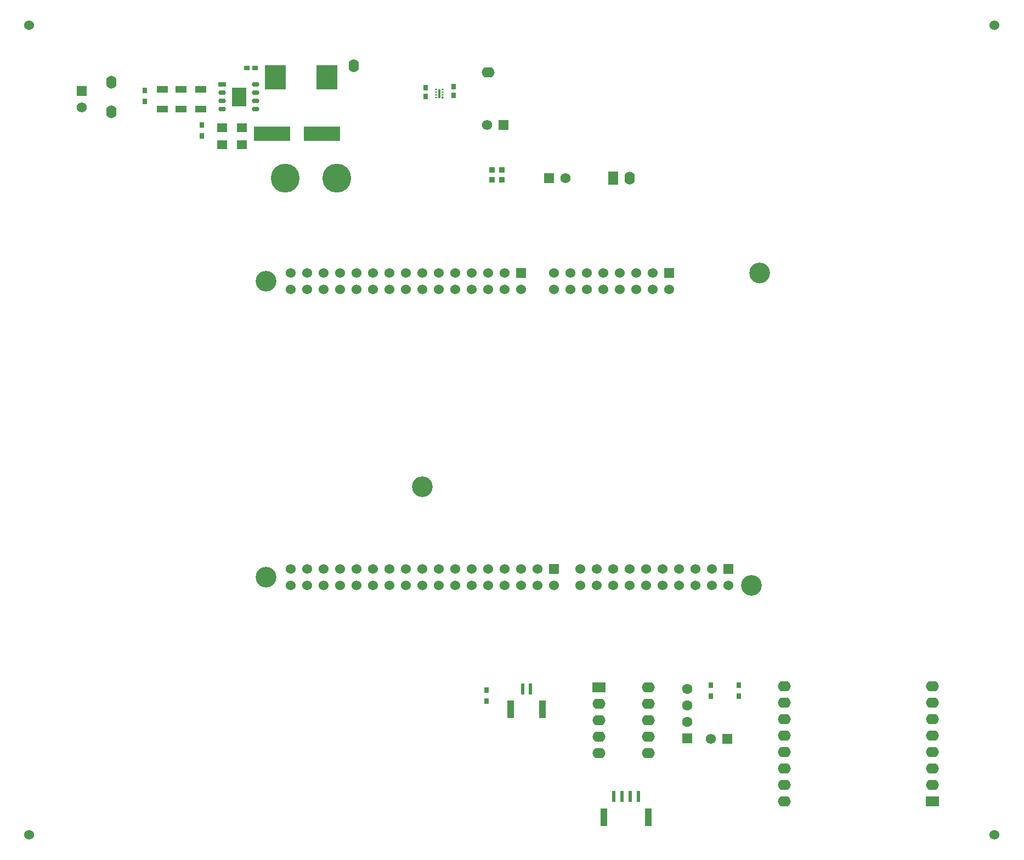
<source format=gbr>
G04*
G04 #@! TF.GenerationSoftware,Altium Limited,Altium Designer,23.0.1 (38)*
G04*
G04 Layer_Color=255*
%FSLAX25Y25*%
%MOIN*%
G70*
G04*
G04 #@! TF.SameCoordinates,96643D2F-BE8E-4E12-8B93-A60CB91944C5*
G04*
G04*
G04 #@! TF.FilePolarity,Positive*
G04*
G01*
G75*
%ADD14R,0.03150X0.03543*%
%ADD15R,0.01732X0.05512*%
%ADD16R,0.01378X0.01024*%
%ADD17O,0.01378X0.01024*%
%ADD18R,0.06496X0.05512*%
%ADD19R,0.22008X0.08583*%
%ADD20O,0.04500X0.02992*%
%ADD21R,0.08898X0.11772*%
%ADD22R,0.04500X0.02992*%
%ADD23R,0.06693X0.04331*%
%ADD24R,0.02362X0.06693*%
%ADD25R,0.03937X0.10630*%
%ADD26R,0.03543X0.03543*%
%ADD27R,0.03543X0.03150*%
%ADD28R,0.12992X0.14567*%
%ADD29C,0.06181*%
%ADD30R,0.06181X0.06181*%
%ADD31R,0.06181X0.06181*%
%ADD33C,0.06000*%
%ADD34C,0.17559*%
%ADD35R,0.06299X0.07874*%
%ADD36O,0.06299X0.07874*%
%ADD37C,0.06024*%
%ADD38R,0.06024X0.06024*%
%ADD39C,0.12598*%
%ADD40O,0.07874X0.06299*%
%ADD41R,0.07874X0.06299*%
%ADD42R,0.06299X0.06299*%
%ADD43C,0.06299*%
D14*
X426000Y102847D02*
D03*
Y96153D02*
D03*
X252500Y466157D02*
D03*
Y460843D02*
D03*
X82000Y464347D02*
D03*
Y457654D02*
D03*
X116500Y436654D02*
D03*
Y443347D02*
D03*
X289500Y99847D02*
D03*
Y93154D02*
D03*
X269683Y466795D02*
D03*
Y461480D02*
D03*
X443000Y96153D02*
D03*
Y102847D02*
D03*
D15*
X261000Y462500D02*
D03*
D16*
X263067Y461713D02*
D03*
X258933Y464862D02*
D03*
Y463287D02*
D03*
Y461713D02*
D03*
Y460138D02*
D03*
X263067Y464862D02*
D03*
Y463287D02*
D03*
D17*
Y460138D02*
D03*
D18*
X141000Y431382D02*
D03*
Y441618D02*
D03*
X129000Y431382D02*
D03*
Y441618D02*
D03*
D19*
X159246Y438000D02*
D03*
X189754D02*
D03*
D20*
X129000Y458000D02*
D03*
Y453000D02*
D03*
X149484Y463000D02*
D03*
Y458000D02*
D03*
Y453000D02*
D03*
X129000Y463000D02*
D03*
X149484Y468000D02*
D03*
D21*
X139242Y460500D02*
D03*
D22*
X129000Y468000D02*
D03*
D23*
X116000Y452898D02*
D03*
Y465102D02*
D03*
X104000D02*
D03*
Y452898D02*
D03*
X92500Y465102D02*
D03*
Y452898D02*
D03*
D24*
X367118Y34913D02*
D03*
X372039D02*
D03*
X376961D02*
D03*
X381882D02*
D03*
X316461Y100500D02*
D03*
X311539D02*
D03*
D25*
X361016Y22315D02*
D03*
X387984D02*
D03*
X323744Y87902D02*
D03*
X304256D02*
D03*
D26*
X293047Y410047D02*
D03*
Y415953D02*
D03*
X298953Y410047D02*
D03*
Y415953D02*
D03*
D27*
X149158Y478000D02*
D03*
X143842D02*
D03*
D28*
X161449Y472500D02*
D03*
X192551D02*
D03*
D29*
X290000Y443500D02*
D03*
X426000Y70000D02*
D03*
X337500Y411000D02*
D03*
X43500Y454000D02*
D03*
D30*
X300000Y443500D02*
D03*
X436000Y70000D02*
D03*
X327500Y411000D02*
D03*
D31*
X43500Y464000D02*
D03*
D33*
X11811Y11811D02*
D03*
Y503937D02*
D03*
X598425Y11811D02*
D03*
Y503937D02*
D03*
D34*
X167252Y411000D02*
D03*
X198748D02*
D03*
D35*
X366500D02*
D03*
D36*
X376500D02*
D03*
X61500Y451500D02*
D03*
Y469500D02*
D03*
X209000Y479500D02*
D03*
D37*
X240520Y343500D02*
D03*
X230520D02*
D03*
X210520D02*
D03*
X400520D02*
D03*
X390520Y353500D02*
D03*
Y343500D02*
D03*
X380520Y353500D02*
D03*
Y343500D02*
D03*
X370520Y353500D02*
D03*
Y343500D02*
D03*
X360520Y353500D02*
D03*
Y343500D02*
D03*
X350520Y353500D02*
D03*
Y343500D02*
D03*
X340520Y353500D02*
D03*
Y343500D02*
D03*
X330520Y353500D02*
D03*
Y343500D02*
D03*
X310520D02*
D03*
X300520Y353500D02*
D03*
Y343500D02*
D03*
X290520Y353500D02*
D03*
Y343500D02*
D03*
X280520Y353500D02*
D03*
Y343500D02*
D03*
X270520Y353500D02*
D03*
Y343500D02*
D03*
X260520Y353500D02*
D03*
Y343500D02*
D03*
X250520Y353500D02*
D03*
Y343500D02*
D03*
X240520Y353500D02*
D03*
X230520D02*
D03*
X220520D02*
D03*
Y343500D02*
D03*
X210520Y353500D02*
D03*
X200520D02*
D03*
Y343500D02*
D03*
X190520Y353500D02*
D03*
Y343500D02*
D03*
X180520Y353500D02*
D03*
Y343500D02*
D03*
X436520Y163500D02*
D03*
X330520D02*
D03*
X320520Y173500D02*
D03*
Y163500D02*
D03*
X310520Y173500D02*
D03*
Y163500D02*
D03*
X300520Y173500D02*
D03*
Y163500D02*
D03*
X290520Y173500D02*
D03*
Y163500D02*
D03*
X280520Y173500D02*
D03*
Y163500D02*
D03*
X270520Y173500D02*
D03*
Y163500D02*
D03*
X260520Y173500D02*
D03*
Y163500D02*
D03*
X250520Y173500D02*
D03*
Y163500D02*
D03*
X240520Y173500D02*
D03*
Y163500D02*
D03*
X230520Y173500D02*
D03*
Y163500D02*
D03*
X220520Y173500D02*
D03*
Y163500D02*
D03*
X210520Y173500D02*
D03*
Y163500D02*
D03*
X200520Y173500D02*
D03*
Y163500D02*
D03*
X190520Y173500D02*
D03*
Y163500D02*
D03*
X180520Y173500D02*
D03*
Y163500D02*
D03*
X426520Y173500D02*
D03*
Y163500D02*
D03*
X416520Y173500D02*
D03*
Y163500D02*
D03*
X406520Y173500D02*
D03*
Y163500D02*
D03*
X396520Y173500D02*
D03*
Y163500D02*
D03*
X386520Y173500D02*
D03*
Y163500D02*
D03*
X376520Y173500D02*
D03*
Y163500D02*
D03*
X366520Y173500D02*
D03*
Y163500D02*
D03*
X356520Y173500D02*
D03*
Y163500D02*
D03*
X346520Y173500D02*
D03*
Y163500D02*
D03*
X170520Y353500D02*
D03*
Y343500D02*
D03*
Y173500D02*
D03*
Y163500D02*
D03*
D38*
X400520Y353500D02*
D03*
X310520D02*
D03*
X436520Y173500D02*
D03*
X330520D02*
D03*
D39*
X155520Y348500D02*
D03*
Y168500D02*
D03*
X450520Y163500D02*
D03*
X250520Y223500D02*
D03*
X455520Y353500D02*
D03*
D40*
X290500Y475500D02*
D03*
X388000Y61500D02*
D03*
Y71500D02*
D03*
Y81500D02*
D03*
Y91500D02*
D03*
Y101500D02*
D03*
X358000Y61500D02*
D03*
Y71500D02*
D03*
Y81500D02*
D03*
Y91500D02*
D03*
X560500Y42000D02*
D03*
Y52000D02*
D03*
Y62000D02*
D03*
Y72000D02*
D03*
Y82000D02*
D03*
Y92000D02*
D03*
Y102000D02*
D03*
X470500Y32000D02*
D03*
Y42000D02*
D03*
Y52000D02*
D03*
Y62000D02*
D03*
Y72000D02*
D03*
Y82000D02*
D03*
Y92000D02*
D03*
Y102000D02*
D03*
D41*
X358000Y101500D02*
D03*
X560500Y32000D02*
D03*
D42*
X411500Y70500D02*
D03*
D43*
Y80500D02*
D03*
Y90500D02*
D03*
Y100500D02*
D03*
M02*

</source>
